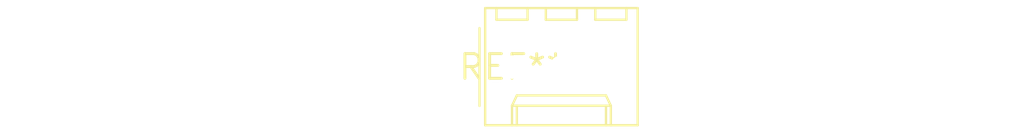
<source format=kicad_pcb>
(kicad_pcb (version 20240108) (generator pcbnew)
  (layers (0 "F.Cu" signal) (31 "B.Cu" signal) (34 "B.Paste" user) (35 "F.Paste" user) (36 "B.SilkS" user "B.Silkscreen") (37 "F.SilkS" user "F.Silkscreen") (38 "B.Mask" user) (39 "F.Mask" user) (44 "Edge.Cuts" user))
  (net 0 "")
  (footprint "Molex_KK-254_AE-6410-03A_1x03_P2.54mm_Vertical" (layer "F.Cu") (at 0 0)
    (property "Reference" "REF**")
    (property "Value" "Molex_KK-254_AE-6410-03A_1x03_P2.54mm_Vertical")
    (fp_line (start -1.67 -2) (end -1.67 2) (layer "F.SilkS") (stroke (width 0.12)))
    (fp_line (start -1.38 -3.03) (end -1.38 2.99) (layer "F.SilkS") (stroke (width 0.12)))
    (fp_line (start -1.38 2.99) (end 6.46 2.99) (layer "F.SilkS") (stroke (width 0.12)))
    (fp_line (start -0.8 -3.03) (end -0.8 -2.43) (layer "F.SilkS") (stroke (width 0.12)))
    (fp_line (start -0.8 -2.43) (end 0.8 -2.43) (layer "F.SilkS") (stroke (width 0.12)))
    (fp_line (start 0 1.99) (end 0.25 1.46) (layer "F.SilkS") (stroke (width 0.12)))
    (fp_line (start 0 1.99) (end 5.08 1.99) (layer "F.SilkS") (stroke (width 0.12)))
    (fp_line (start 0 2.99) (end 0 1.99) (layer "F.SilkS") (stroke (width 0.12)))
    (fp_line (start 0.25 1.46) (end 4.83 1.46) (layer "F.SilkS") (stroke (width 0.12)))
    (fp_line (start 0.25 2.99) (end 0.25 1.99) (layer "F.SilkS") (stroke (width 0.12)))
    (fp_line (start 0.8 -2.43) (end 0.8 -3.03) (layer "F.SilkS") (stroke (width 0.12)))
    (fp_line (start 1.74 -3.03) (end 1.74 -2.43) (layer "F.SilkS") (stroke (width 0.12)))
    (fp_line (start 1.74 -2.43) (end 3.34 -2.43) (layer "F.SilkS") (stroke (width 0.12)))
    (fp_line (start 3.34 -2.43) (end 3.34 -3.03) (layer "F.SilkS") (stroke (width 0.12)))
    (fp_line (start 4.28 -3.03) (end 4.28 -2.43) (layer "F.SilkS") (stroke (width 0.12)))
    (fp_line (start 4.28 -2.43) (end 5.88 -2.43) (layer "F.SilkS") (stroke (width 0.12)))
    (fp_line (start 4.83 1.46) (end 5.08 1.99) (layer "F.SilkS") (stroke (width 0.12)))
    (fp_line (start 4.83 2.99) (end 4.83 1.99) (layer "F.SilkS") (stroke (width 0.12)))
    (fp_line (start 5.08 1.99) (end 5.08 2.99) (layer "F.SilkS") (stroke (width 0.12)))
    (fp_line (start 5.88 -2.43) (end 5.88 -3.03) (layer "F.SilkS") (stroke (width 0.12)))
    (fp_line (start 6.46 -3.03) (end -1.38 -3.03) (layer "F.SilkS") (stroke (width 0.12)))
    (fp_line (start 6.46 2.99) (end 6.46 -3.03) (layer "F.SilkS") (stroke (width 0.12)))
    (pad "1" thru_hole roundrect (at 0 0) (size 1.74 2.19) (drill 1.19) (layers *.Cu *.Mask) (remove_unused_layers) (roundrect_rratio 0.143678))
    (pad "2" thru_hole oval (at 2.54 0) (size 1.74 2.19) (drill 1.19) (layers *.Cu *.Mask) (remove_unused_layers))
    (pad "3" thru_hole oval (at 5.08 0) (size 1.74 2.19) (drill 1.19) (layers *.Cu *.Mask) (remove_unused_layers))
  )
)
</source>
